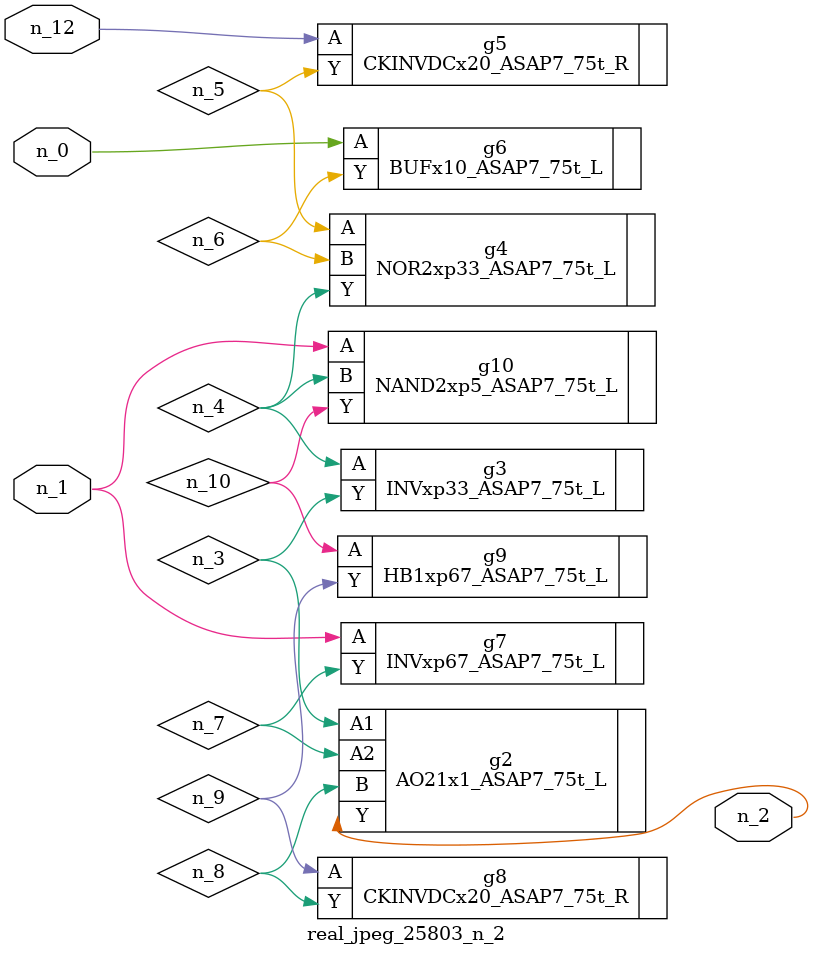
<source format=v>
module real_jpeg_25803_n_2 (n_12, n_1, n_0, n_2);

input n_12;
input n_1;
input n_0;

output n_2;

wire n_5;
wire n_4;
wire n_8;
wire n_6;
wire n_7;
wire n_3;
wire n_10;
wire n_9;

BUFx10_ASAP7_75t_L g6 ( 
.A(n_0),
.Y(n_6)
);

INVxp67_ASAP7_75t_L g7 ( 
.A(n_1),
.Y(n_7)
);

NAND2xp5_ASAP7_75t_L g10 ( 
.A(n_1),
.B(n_4),
.Y(n_10)
);

AO21x1_ASAP7_75t_L g2 ( 
.A1(n_3),
.A2(n_7),
.B(n_8),
.Y(n_2)
);

INVxp33_ASAP7_75t_L g3 ( 
.A(n_4),
.Y(n_3)
);

NOR2xp33_ASAP7_75t_L g4 ( 
.A(n_5),
.B(n_6),
.Y(n_4)
);

CKINVDCx20_ASAP7_75t_R g8 ( 
.A(n_9),
.Y(n_8)
);

HB1xp67_ASAP7_75t_L g9 ( 
.A(n_10),
.Y(n_9)
);

CKINVDCx20_ASAP7_75t_R g5 ( 
.A(n_12),
.Y(n_5)
);


endmodule
</source>
